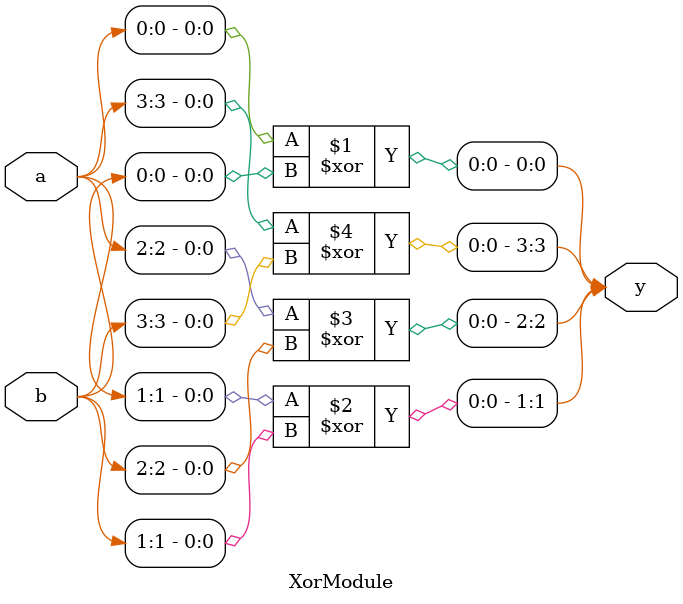
<source format=sv>
module XorModule #(
  parameter N = 4
)
(
  input [N-1:0] a,
  input [N-1:0] b,
  output [N-1:0] y  
);

  genvar i;

  generate
    for(i=0; i<N; i=i+1) begin : xor_op
      xor xor_gate(y[i], a[i], b[i]); 
    end
  endgenerate
  
endmodule
</source>
